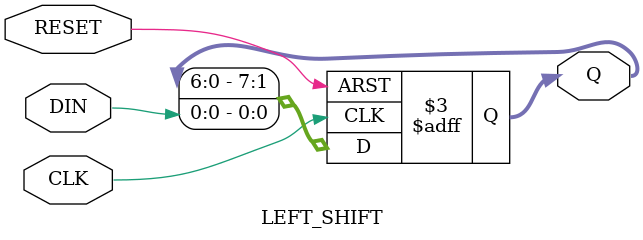
<source format=v>
module LEFT_SHIFT(CLK, RESET, Q, DIN);
    input CLK, RESET, DIN;
    output [7:0] Q;

    reg [7:0] Q;

    always @(posedge CLK or negedge RESET)
        begin
            if (!RESET)
                Q <= {8'hff};
            else
                Q <= {Q[6:0], DIN};
        end
endmodule
</source>
